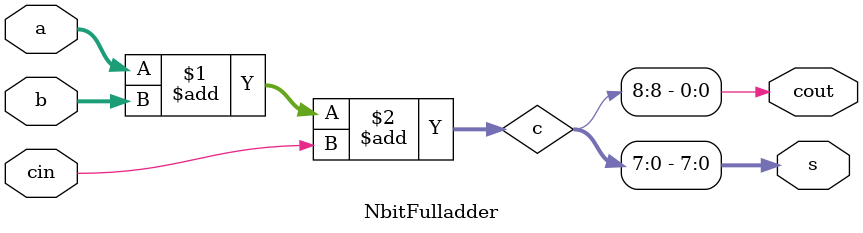
<source format=sv>
`timescale 1ns / 1ps


module NbitFulladder(input logic [7:0] a, b,
input logic cin,
output logic [7:0] s,
output logic cout );
wire [8:0] c;
assign c=a+b+cin;
assign cout=c[8];
assign s=c[7:0];
endmodule

</source>
